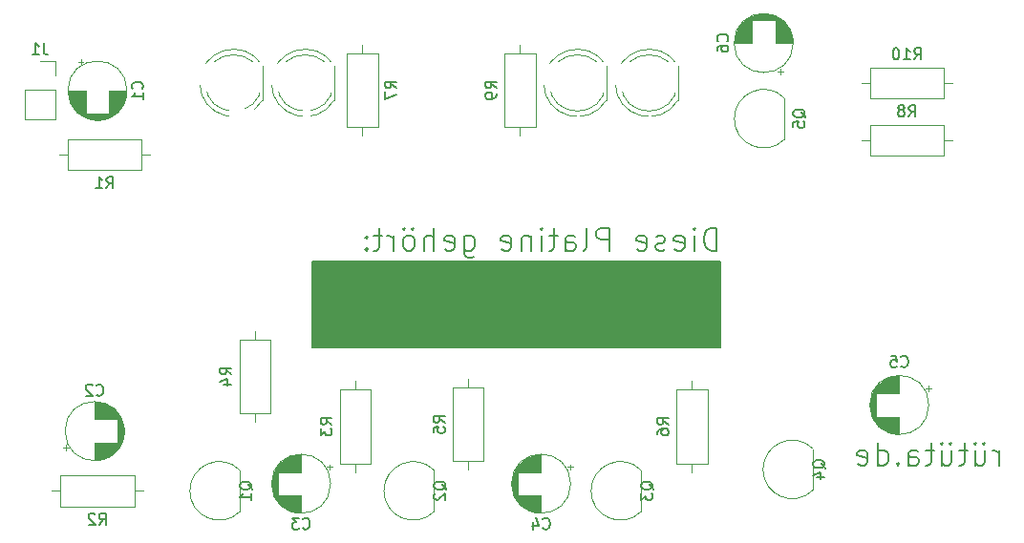
<source format=gbr>
%TF.GenerationSoftware,KiCad,Pcbnew,(6.0.2)*%
%TF.CreationDate,2022-03-15T12:48:44+01:00*%
%TF.ProjectId,ruetueta-pcb,72756574-7565-4746-912d-7063622e6b69,rev?*%
%TF.SameCoordinates,Original*%
%TF.FileFunction,Legend,Bot*%
%TF.FilePolarity,Positive*%
%FSLAX46Y46*%
G04 Gerber Fmt 4.6, Leading zero omitted, Abs format (unit mm)*
G04 Created by KiCad (PCBNEW (6.0.2)) date 2022-03-15 12:48:44*
%MOMM*%
%LPD*%
G01*
G04 APERTURE LIST*
%ADD10C,0.150000*%
%ADD11C,0.120000*%
%ADD12R,2.805000X1.800000*%
%ADD13O,2.805000X1.800000*%
%ADD14R,1.800000X2.805000*%
%ADD15O,1.800000X2.805000*%
%ADD16R,2.170000X2.805000*%
%ADD17O,2.805000X2.805000*%
G04 APERTURE END LIST*
D10*
X222250000Y-56515000D02*
X186055000Y-56515000D01*
X186055000Y-56515000D02*
X186055000Y-48895000D01*
X186055000Y-48895000D02*
X222250000Y-48895000D01*
X222250000Y-48895000D02*
X222250000Y-56515000D01*
G36*
X222250000Y-56515000D02*
G01*
X186055000Y-56515000D01*
X186055000Y-48895000D01*
X222250000Y-48895000D01*
X222250000Y-56515000D01*
G37*
X222250000Y-56515000D02*
X186055000Y-56515000D01*
X186055000Y-48895000D01*
X222250000Y-48895000D01*
X222250000Y-56515000D01*
X246903095Y-66944761D02*
X246903095Y-65611428D01*
X246903095Y-65992380D02*
X246807857Y-65801904D01*
X246712619Y-65706666D01*
X246522142Y-65611428D01*
X246331666Y-65611428D01*
X244807857Y-65611428D02*
X244807857Y-66944761D01*
X245665000Y-65611428D02*
X245665000Y-66659047D01*
X245569761Y-66849523D01*
X245379285Y-66944761D01*
X245093571Y-66944761D01*
X244903095Y-66849523D01*
X244807857Y-66754285D01*
X245569761Y-64944761D02*
X245474523Y-65040000D01*
X245569761Y-65135238D01*
X245665000Y-65040000D01*
X245569761Y-64944761D01*
X245569761Y-65135238D01*
X244807857Y-64944761D02*
X244712619Y-65040000D01*
X244807857Y-65135238D01*
X244903095Y-65040000D01*
X244807857Y-64944761D01*
X244807857Y-65135238D01*
X244141190Y-65611428D02*
X243379285Y-65611428D01*
X243855476Y-64944761D02*
X243855476Y-66659047D01*
X243760238Y-66849523D01*
X243569761Y-66944761D01*
X243379285Y-66944761D01*
X241855476Y-65611428D02*
X241855476Y-66944761D01*
X242712619Y-65611428D02*
X242712619Y-66659047D01*
X242617380Y-66849523D01*
X242426904Y-66944761D01*
X242141190Y-66944761D01*
X241950714Y-66849523D01*
X241855476Y-66754285D01*
X242617380Y-64944761D02*
X242522142Y-65040000D01*
X242617380Y-65135238D01*
X242712619Y-65040000D01*
X242617380Y-64944761D01*
X242617380Y-65135238D01*
X241855476Y-64944761D02*
X241760238Y-65040000D01*
X241855476Y-65135238D01*
X241950714Y-65040000D01*
X241855476Y-64944761D01*
X241855476Y-65135238D01*
X241188809Y-65611428D02*
X240426904Y-65611428D01*
X240903095Y-64944761D02*
X240903095Y-66659047D01*
X240807857Y-66849523D01*
X240617380Y-66944761D01*
X240426904Y-66944761D01*
X238903095Y-66944761D02*
X238903095Y-65897142D01*
X238998333Y-65706666D01*
X239188809Y-65611428D01*
X239569761Y-65611428D01*
X239760238Y-65706666D01*
X238903095Y-66849523D02*
X239093571Y-66944761D01*
X239569761Y-66944761D01*
X239760238Y-66849523D01*
X239855476Y-66659047D01*
X239855476Y-66468571D01*
X239760238Y-66278095D01*
X239569761Y-66182857D01*
X239093571Y-66182857D01*
X238903095Y-66087619D01*
X237950714Y-66754285D02*
X237855476Y-66849523D01*
X237950714Y-66944761D01*
X238045952Y-66849523D01*
X237950714Y-66754285D01*
X237950714Y-66944761D01*
X236141190Y-66944761D02*
X236141190Y-64944761D01*
X236141190Y-66849523D02*
X236331666Y-66944761D01*
X236712619Y-66944761D01*
X236903095Y-66849523D01*
X236998333Y-66754285D01*
X237093571Y-66563809D01*
X237093571Y-65992380D01*
X236998333Y-65801904D01*
X236903095Y-65706666D01*
X236712619Y-65611428D01*
X236331666Y-65611428D01*
X236141190Y-65706666D01*
X234426904Y-66849523D02*
X234617380Y-66944761D01*
X234998333Y-66944761D01*
X235188809Y-66849523D01*
X235284047Y-66659047D01*
X235284047Y-65897142D01*
X235188809Y-65706666D01*
X234998333Y-65611428D01*
X234617380Y-65611428D01*
X234426904Y-65706666D01*
X234331666Y-65897142D01*
X234331666Y-66087619D01*
X235284047Y-66278095D01*
X221898809Y-47894761D02*
X221898809Y-45894761D01*
X221422619Y-45894761D01*
X221136904Y-45990000D01*
X220946428Y-46180476D01*
X220851190Y-46370952D01*
X220755952Y-46751904D01*
X220755952Y-47037619D01*
X220851190Y-47418571D01*
X220946428Y-47609047D01*
X221136904Y-47799523D01*
X221422619Y-47894761D01*
X221898809Y-47894761D01*
X219898809Y-47894761D02*
X219898809Y-46561428D01*
X219898809Y-45894761D02*
X219994047Y-45990000D01*
X219898809Y-46085238D01*
X219803571Y-45990000D01*
X219898809Y-45894761D01*
X219898809Y-46085238D01*
X218184523Y-47799523D02*
X218375000Y-47894761D01*
X218755952Y-47894761D01*
X218946428Y-47799523D01*
X219041666Y-47609047D01*
X219041666Y-46847142D01*
X218946428Y-46656666D01*
X218755952Y-46561428D01*
X218375000Y-46561428D01*
X218184523Y-46656666D01*
X218089285Y-46847142D01*
X218089285Y-47037619D01*
X219041666Y-47228095D01*
X217327380Y-47799523D02*
X217136904Y-47894761D01*
X216755952Y-47894761D01*
X216565476Y-47799523D01*
X216470238Y-47609047D01*
X216470238Y-47513809D01*
X216565476Y-47323333D01*
X216755952Y-47228095D01*
X217041666Y-47228095D01*
X217232142Y-47132857D01*
X217327380Y-46942380D01*
X217327380Y-46847142D01*
X217232142Y-46656666D01*
X217041666Y-46561428D01*
X216755952Y-46561428D01*
X216565476Y-46656666D01*
X214851190Y-47799523D02*
X215041666Y-47894761D01*
X215422619Y-47894761D01*
X215613095Y-47799523D01*
X215708333Y-47609047D01*
X215708333Y-46847142D01*
X215613095Y-46656666D01*
X215422619Y-46561428D01*
X215041666Y-46561428D01*
X214851190Y-46656666D01*
X214755952Y-46847142D01*
X214755952Y-47037619D01*
X215708333Y-47228095D01*
X212375000Y-47894761D02*
X212375000Y-45894761D01*
X211613095Y-45894761D01*
X211422619Y-45990000D01*
X211327380Y-46085238D01*
X211232142Y-46275714D01*
X211232142Y-46561428D01*
X211327380Y-46751904D01*
X211422619Y-46847142D01*
X211613095Y-46942380D01*
X212375000Y-46942380D01*
X210089285Y-47894761D02*
X210279761Y-47799523D01*
X210375000Y-47609047D01*
X210375000Y-45894761D01*
X208470238Y-47894761D02*
X208470238Y-46847142D01*
X208565476Y-46656666D01*
X208755952Y-46561428D01*
X209136904Y-46561428D01*
X209327380Y-46656666D01*
X208470238Y-47799523D02*
X208660714Y-47894761D01*
X209136904Y-47894761D01*
X209327380Y-47799523D01*
X209422619Y-47609047D01*
X209422619Y-47418571D01*
X209327380Y-47228095D01*
X209136904Y-47132857D01*
X208660714Y-47132857D01*
X208470238Y-47037619D01*
X207803571Y-46561428D02*
X207041666Y-46561428D01*
X207517857Y-45894761D02*
X207517857Y-47609047D01*
X207422619Y-47799523D01*
X207232142Y-47894761D01*
X207041666Y-47894761D01*
X206375000Y-47894761D02*
X206375000Y-46561428D01*
X206375000Y-45894761D02*
X206470238Y-45990000D01*
X206375000Y-46085238D01*
X206279761Y-45990000D01*
X206375000Y-45894761D01*
X206375000Y-46085238D01*
X205422619Y-46561428D02*
X205422619Y-47894761D01*
X205422619Y-46751904D02*
X205327380Y-46656666D01*
X205136904Y-46561428D01*
X204851190Y-46561428D01*
X204660714Y-46656666D01*
X204565476Y-46847142D01*
X204565476Y-47894761D01*
X202851190Y-47799523D02*
X203041666Y-47894761D01*
X203422619Y-47894761D01*
X203613095Y-47799523D01*
X203708333Y-47609047D01*
X203708333Y-46847142D01*
X203613095Y-46656666D01*
X203422619Y-46561428D01*
X203041666Y-46561428D01*
X202851190Y-46656666D01*
X202755952Y-46847142D01*
X202755952Y-47037619D01*
X203708333Y-47228095D01*
X199517857Y-46561428D02*
X199517857Y-48180476D01*
X199613095Y-48370952D01*
X199708333Y-48466190D01*
X199898809Y-48561428D01*
X200184523Y-48561428D01*
X200375000Y-48466190D01*
X199517857Y-47799523D02*
X199708333Y-47894761D01*
X200089285Y-47894761D01*
X200279761Y-47799523D01*
X200375000Y-47704285D01*
X200470238Y-47513809D01*
X200470238Y-46942380D01*
X200375000Y-46751904D01*
X200279761Y-46656666D01*
X200089285Y-46561428D01*
X199708333Y-46561428D01*
X199517857Y-46656666D01*
X197803571Y-47799523D02*
X197994047Y-47894761D01*
X198375000Y-47894761D01*
X198565476Y-47799523D01*
X198660714Y-47609047D01*
X198660714Y-46847142D01*
X198565476Y-46656666D01*
X198375000Y-46561428D01*
X197994047Y-46561428D01*
X197803571Y-46656666D01*
X197708333Y-46847142D01*
X197708333Y-47037619D01*
X198660714Y-47228095D01*
X196851190Y-47894761D02*
X196851190Y-45894761D01*
X195994047Y-47894761D02*
X195994047Y-46847142D01*
X196089285Y-46656666D01*
X196279761Y-46561428D01*
X196565476Y-46561428D01*
X196755952Y-46656666D01*
X196851190Y-46751904D01*
X194755952Y-47894761D02*
X194946428Y-47799523D01*
X195041666Y-47704285D01*
X195136904Y-47513809D01*
X195136904Y-46942380D01*
X195041666Y-46751904D01*
X194946428Y-46656666D01*
X194755952Y-46561428D01*
X194470238Y-46561428D01*
X194279761Y-46656666D01*
X194184523Y-46751904D01*
X194089285Y-46942380D01*
X194089285Y-47513809D01*
X194184523Y-47704285D01*
X194279761Y-47799523D01*
X194470238Y-47894761D01*
X194755952Y-47894761D01*
X194946428Y-45894761D02*
X194851190Y-45990000D01*
X194946428Y-46085238D01*
X195041666Y-45990000D01*
X194946428Y-45894761D01*
X194946428Y-46085238D01*
X194184523Y-45894761D02*
X194089285Y-45990000D01*
X194184523Y-46085238D01*
X194279761Y-45990000D01*
X194184523Y-45894761D01*
X194184523Y-46085238D01*
X193232142Y-47894761D02*
X193232142Y-46561428D01*
X193232142Y-46942380D02*
X193136904Y-46751904D01*
X193041666Y-46656666D01*
X192851190Y-46561428D01*
X192660714Y-46561428D01*
X192279761Y-46561428D02*
X191517857Y-46561428D01*
X191994047Y-45894761D02*
X191994047Y-47609047D01*
X191898809Y-47799523D01*
X191708333Y-47894761D01*
X191517857Y-47894761D01*
X190851190Y-47704285D02*
X190755952Y-47799523D01*
X190851190Y-47894761D01*
X190946428Y-47799523D01*
X190851190Y-47704285D01*
X190851190Y-47894761D01*
X190851190Y-46656666D02*
X190755952Y-46751904D01*
X190851190Y-46847142D01*
X190946428Y-46751904D01*
X190851190Y-46656666D01*
X190851190Y-46847142D01*
%TO.C,R5*%
X197792844Y-63153919D02*
X197316654Y-62820586D01*
X197792844Y-62582490D02*
X196792844Y-62582490D01*
X196792844Y-62963443D01*
X196840464Y-63058681D01*
X196888083Y-63106300D01*
X196983321Y-63153919D01*
X197126178Y-63153919D01*
X197221416Y-63106300D01*
X197269035Y-63058681D01*
X197316654Y-62963443D01*
X197316654Y-62582490D01*
X196792844Y-64058681D02*
X196792844Y-63582490D01*
X197269035Y-63534871D01*
X197221416Y-63582490D01*
X197173797Y-63677728D01*
X197173797Y-63915824D01*
X197221416Y-64011062D01*
X197269035Y-64058681D01*
X197364273Y-64106300D01*
X197602368Y-64106300D01*
X197697606Y-64058681D01*
X197745225Y-64011062D01*
X197792844Y-63915824D01*
X197792844Y-63677728D01*
X197745225Y-63582490D01*
X197697606Y-63534871D01*
%TO.C,R8*%
X238926666Y-36012380D02*
X239260000Y-35536190D01*
X239498095Y-36012380D02*
X239498095Y-35012380D01*
X239117142Y-35012380D01*
X239021904Y-35060000D01*
X238974285Y-35107619D01*
X238926666Y-35202857D01*
X238926666Y-35345714D01*
X238974285Y-35440952D01*
X239021904Y-35488571D01*
X239117142Y-35536190D01*
X239498095Y-35536190D01*
X238355238Y-35440952D02*
X238450476Y-35393333D01*
X238498095Y-35345714D01*
X238545714Y-35250476D01*
X238545714Y-35202857D01*
X238498095Y-35107619D01*
X238450476Y-35060000D01*
X238355238Y-35012380D01*
X238164761Y-35012380D01*
X238069523Y-35060000D01*
X238021904Y-35107619D01*
X237974285Y-35202857D01*
X237974285Y-35250476D01*
X238021904Y-35345714D01*
X238069523Y-35393333D01*
X238164761Y-35440952D01*
X238355238Y-35440952D01*
X238450476Y-35488571D01*
X238498095Y-35536190D01*
X238545714Y-35631428D01*
X238545714Y-35821904D01*
X238498095Y-35917142D01*
X238450476Y-35964761D01*
X238355238Y-36012380D01*
X238164761Y-36012380D01*
X238069523Y-35964761D01*
X238021904Y-35917142D01*
X237974285Y-35821904D01*
X237974285Y-35631428D01*
X238021904Y-35536190D01*
X238069523Y-35488571D01*
X238164761Y-35440952D01*
%TO.C,J1*%
X162258333Y-29507380D02*
X162258333Y-30221666D01*
X162305952Y-30364523D01*
X162401190Y-30459761D01*
X162544047Y-30507380D01*
X162639285Y-30507380D01*
X161258333Y-30507380D02*
X161829761Y-30507380D01*
X161544047Y-30507380D02*
X161544047Y-29507380D01*
X161639285Y-29650238D01*
X161734523Y-29745476D01*
X161829761Y-29793095D01*
%TO.C,C3*%
X185221666Y-72521467D02*
X185269285Y-72569086D01*
X185412142Y-72616705D01*
X185507380Y-72616705D01*
X185650238Y-72569086D01*
X185745476Y-72473848D01*
X185793095Y-72378610D01*
X185840714Y-72188134D01*
X185840714Y-72045277D01*
X185793095Y-71854801D01*
X185745476Y-71759563D01*
X185650238Y-71664325D01*
X185507380Y-71616705D01*
X185412142Y-71616705D01*
X185269285Y-71664325D01*
X185221666Y-71711944D01*
X184888333Y-71616705D02*
X184269285Y-71616705D01*
X184602619Y-71997658D01*
X184459761Y-71997658D01*
X184364523Y-72045277D01*
X184316904Y-72092896D01*
X184269285Y-72188134D01*
X184269285Y-72426229D01*
X184316904Y-72521467D01*
X184364523Y-72569086D01*
X184459761Y-72616705D01*
X184745476Y-72616705D01*
X184840714Y-72569086D01*
X184888333Y-72521467D01*
%TO.C,C5*%
X238246779Y-58142142D02*
X238294398Y-58189761D01*
X238437255Y-58237380D01*
X238532493Y-58237380D01*
X238675351Y-58189761D01*
X238770589Y-58094523D01*
X238818208Y-57999285D01*
X238865827Y-57808809D01*
X238865827Y-57665952D01*
X238818208Y-57475476D01*
X238770589Y-57380238D01*
X238675351Y-57285000D01*
X238532493Y-57237380D01*
X238437255Y-57237380D01*
X238294398Y-57285000D01*
X238246779Y-57332619D01*
X237342017Y-57237380D02*
X237818208Y-57237380D01*
X237865827Y-57713571D01*
X237818208Y-57665952D01*
X237722970Y-57618333D01*
X237484874Y-57618333D01*
X237389636Y-57665952D01*
X237342017Y-57713571D01*
X237294398Y-57808809D01*
X237294398Y-58046904D01*
X237342017Y-58142142D01*
X237389636Y-58189761D01*
X237484874Y-58237380D01*
X237722970Y-58237380D01*
X237818208Y-58189761D01*
X237865827Y-58142142D01*
%TO.C,R9*%
X202382380Y-33488333D02*
X201906190Y-33155000D01*
X202382380Y-32916904D02*
X201382380Y-32916904D01*
X201382380Y-33297857D01*
X201430000Y-33393095D01*
X201477619Y-33440714D01*
X201572857Y-33488333D01*
X201715714Y-33488333D01*
X201810952Y-33440714D01*
X201858571Y-33393095D01*
X201906190Y-33297857D01*
X201906190Y-32916904D01*
X202382380Y-33964523D02*
X202382380Y-34155000D01*
X202334761Y-34250238D01*
X202287142Y-34297857D01*
X202144285Y-34393095D01*
X201953809Y-34440714D01*
X201572857Y-34440714D01*
X201477619Y-34393095D01*
X201430000Y-34345476D01*
X201382380Y-34250238D01*
X201382380Y-34059761D01*
X201430000Y-33964523D01*
X201477619Y-33916904D01*
X201572857Y-33869285D01*
X201810952Y-33869285D01*
X201906190Y-33916904D01*
X201953809Y-33964523D01*
X202001428Y-34059761D01*
X202001428Y-34250238D01*
X201953809Y-34345476D01*
X201906190Y-34393095D01*
X201810952Y-34440714D01*
%TO.C,Q4*%
X231537068Y-67214761D02*
X231489449Y-67119523D01*
X231394210Y-67024285D01*
X231251353Y-66881428D01*
X231203734Y-66786190D01*
X231203734Y-66690952D01*
X231441829Y-66738571D02*
X231394210Y-66643333D01*
X231298972Y-66548095D01*
X231108496Y-66500476D01*
X230775163Y-66500476D01*
X230584687Y-66548095D01*
X230489449Y-66643333D01*
X230441829Y-66738571D01*
X230441829Y-66929047D01*
X230489449Y-67024285D01*
X230584687Y-67119523D01*
X230775163Y-67167142D01*
X231108496Y-67167142D01*
X231298972Y-67119523D01*
X231394210Y-67024285D01*
X231441829Y-66929047D01*
X231441829Y-66738571D01*
X230775163Y-68024285D02*
X231441829Y-68024285D01*
X230394210Y-67786190D02*
X231108496Y-67548095D01*
X231108496Y-68167142D01*
%TO.C,R10*%
X239402857Y-30932380D02*
X239736190Y-30456190D01*
X239974285Y-30932380D02*
X239974285Y-29932380D01*
X239593333Y-29932380D01*
X239498095Y-29980000D01*
X239450476Y-30027619D01*
X239402857Y-30122857D01*
X239402857Y-30265714D01*
X239450476Y-30360952D01*
X239498095Y-30408571D01*
X239593333Y-30456190D01*
X239974285Y-30456190D01*
X238450476Y-30932380D02*
X239021904Y-30932380D01*
X238736190Y-30932380D02*
X238736190Y-29932380D01*
X238831428Y-30075238D01*
X238926666Y-30170476D01*
X239021904Y-30218095D01*
X237831428Y-29932380D02*
X237736190Y-29932380D01*
X237640952Y-29980000D01*
X237593333Y-30027619D01*
X237545714Y-30122857D01*
X237498095Y-30313333D01*
X237498095Y-30551428D01*
X237545714Y-30741904D01*
X237593333Y-30837142D01*
X237640952Y-30884761D01*
X237736190Y-30932380D01*
X237831428Y-30932380D01*
X237926666Y-30884761D01*
X237974285Y-30837142D01*
X238021904Y-30741904D01*
X238069523Y-30551428D01*
X238069523Y-30313333D01*
X238021904Y-30122857D01*
X237974285Y-30027619D01*
X237926666Y-29980000D01*
X237831428Y-29932380D01*
%TO.C,C1*%
X170946467Y-33533221D02*
X170994086Y-33485602D01*
X171041705Y-33342745D01*
X171041705Y-33247507D01*
X170994086Y-33104649D01*
X170898848Y-33009411D01*
X170803610Y-32961792D01*
X170613134Y-32914173D01*
X170470277Y-32914173D01*
X170279801Y-32961792D01*
X170184563Y-33009411D01*
X170089325Y-33104649D01*
X170041705Y-33247507D01*
X170041705Y-33342745D01*
X170089325Y-33485602D01*
X170136944Y-33533221D01*
X171041705Y-34485602D02*
X171041705Y-33914173D01*
X171041705Y-34199888D02*
X170041705Y-34199888D01*
X170184563Y-34104649D01*
X170279801Y-34009411D01*
X170327420Y-33914173D01*
%TO.C,C2*%
X166928308Y-60682142D02*
X166975927Y-60729761D01*
X167118784Y-60777380D01*
X167214022Y-60777380D01*
X167356880Y-60729761D01*
X167452118Y-60634523D01*
X167499737Y-60539285D01*
X167547356Y-60348809D01*
X167547356Y-60205952D01*
X167499737Y-60015476D01*
X167452118Y-59920238D01*
X167356880Y-59825000D01*
X167214022Y-59777380D01*
X167118784Y-59777380D01*
X166975927Y-59825000D01*
X166928308Y-59872619D01*
X166547356Y-59872619D02*
X166499737Y-59825000D01*
X166404499Y-59777380D01*
X166166403Y-59777380D01*
X166071165Y-59825000D01*
X166023546Y-59872619D01*
X165975927Y-59967857D01*
X165975927Y-60063095D01*
X166023546Y-60205952D01*
X166594975Y-60777380D01*
X165975927Y-60777380D01*
%TO.C,Q3*%
X216297068Y-69119761D02*
X216249449Y-69024523D01*
X216154210Y-68929285D01*
X216011353Y-68786428D01*
X215963734Y-68691190D01*
X215963734Y-68595952D01*
X216201829Y-68643571D02*
X216154210Y-68548333D01*
X216058972Y-68453095D01*
X215868496Y-68405476D01*
X215535163Y-68405476D01*
X215344687Y-68453095D01*
X215249449Y-68548333D01*
X215201829Y-68643571D01*
X215201829Y-68834047D01*
X215249449Y-68929285D01*
X215344687Y-69024523D01*
X215535163Y-69072142D01*
X215868496Y-69072142D01*
X216058972Y-69024523D01*
X216154210Y-68929285D01*
X216201829Y-68834047D01*
X216201829Y-68643571D01*
X215201829Y-69405476D02*
X215201829Y-70024523D01*
X215582782Y-69691190D01*
X215582782Y-69834047D01*
X215630401Y-69929285D01*
X215678020Y-69976904D01*
X215773258Y-70024523D01*
X216011353Y-70024523D01*
X216106591Y-69976904D01*
X216154210Y-69929285D01*
X216201829Y-69834047D01*
X216201829Y-69548333D01*
X216154210Y-69453095D01*
X216106591Y-69405476D01*
%TO.C,Q2*%
X197939409Y-69119761D02*
X197891790Y-69024523D01*
X197796551Y-68929285D01*
X197653694Y-68786428D01*
X197606075Y-68691190D01*
X197606075Y-68595952D01*
X197844170Y-68643571D02*
X197796551Y-68548333D01*
X197701313Y-68453095D01*
X197510837Y-68405476D01*
X197177504Y-68405476D01*
X196987028Y-68453095D01*
X196891790Y-68548333D01*
X196844170Y-68643571D01*
X196844170Y-68834047D01*
X196891790Y-68929285D01*
X196987028Y-69024523D01*
X197177504Y-69072142D01*
X197510837Y-69072142D01*
X197701313Y-69024523D01*
X197796551Y-68929285D01*
X197844170Y-68834047D01*
X197844170Y-68643571D01*
X196939409Y-69453095D02*
X196891790Y-69500714D01*
X196844170Y-69595952D01*
X196844170Y-69834047D01*
X196891790Y-69929285D01*
X196939409Y-69976904D01*
X197034647Y-70024523D01*
X197129885Y-70024523D01*
X197272742Y-69976904D01*
X197844170Y-69405476D01*
X197844170Y-70024523D01*
%TO.C,Q1*%
X180737068Y-69119761D02*
X180689449Y-69024523D01*
X180594210Y-68929285D01*
X180451353Y-68786428D01*
X180403734Y-68691190D01*
X180403734Y-68595952D01*
X180641829Y-68643571D02*
X180594210Y-68548333D01*
X180498972Y-68453095D01*
X180308496Y-68405476D01*
X179975163Y-68405476D01*
X179784687Y-68453095D01*
X179689449Y-68548333D01*
X179641829Y-68643571D01*
X179641829Y-68834047D01*
X179689449Y-68929285D01*
X179784687Y-69024523D01*
X179975163Y-69072142D01*
X180308496Y-69072142D01*
X180498972Y-69024523D01*
X180594210Y-68929285D01*
X180641829Y-68834047D01*
X180641829Y-68643571D01*
X180641829Y-70024523D02*
X180641829Y-69453095D01*
X180641829Y-69738809D02*
X179641829Y-69738809D01*
X179784687Y-69643571D01*
X179879925Y-69548333D01*
X179927544Y-69453095D01*
%TO.C,Q5*%
X229782619Y-36099761D02*
X229735000Y-36004523D01*
X229639761Y-35909285D01*
X229496904Y-35766428D01*
X229449285Y-35671190D01*
X229449285Y-35575952D01*
X229687380Y-35623571D02*
X229639761Y-35528333D01*
X229544523Y-35433095D01*
X229354047Y-35385476D01*
X229020714Y-35385476D01*
X228830238Y-35433095D01*
X228735000Y-35528333D01*
X228687380Y-35623571D01*
X228687380Y-35814047D01*
X228735000Y-35909285D01*
X228830238Y-36004523D01*
X229020714Y-36052142D01*
X229354047Y-36052142D01*
X229544523Y-36004523D01*
X229639761Y-35909285D01*
X229687380Y-35814047D01*
X229687380Y-35623571D01*
X228687380Y-36956904D02*
X228687380Y-36480714D01*
X229163571Y-36433095D01*
X229115952Y-36480714D01*
X229068333Y-36575952D01*
X229068333Y-36814047D01*
X229115952Y-36909285D01*
X229163571Y-36956904D01*
X229258809Y-37004523D01*
X229496904Y-37004523D01*
X229592142Y-36956904D01*
X229639761Y-36909285D01*
X229687380Y-36814047D01*
X229687380Y-36575952D01*
X229639761Y-36480714D01*
X229592142Y-36433095D01*
%TO.C,C4*%
X206496779Y-72521467D02*
X206544398Y-72569086D01*
X206687255Y-72616705D01*
X206782493Y-72616705D01*
X206925351Y-72569086D01*
X207020589Y-72473848D01*
X207068208Y-72378610D01*
X207115827Y-72188134D01*
X207115827Y-72045277D01*
X207068208Y-71854801D01*
X207020589Y-71759563D01*
X206925351Y-71664325D01*
X206782493Y-71616705D01*
X206687255Y-71616705D01*
X206544398Y-71664325D01*
X206496779Y-71711944D01*
X205639636Y-71950039D02*
X205639636Y-72616705D01*
X205877732Y-71569086D02*
X206115827Y-72283372D01*
X205496779Y-72283372D01*
%TO.C,R4*%
X178887380Y-58888333D02*
X178411190Y-58555000D01*
X178887380Y-58316904D02*
X177887380Y-58316904D01*
X177887380Y-58697857D01*
X177935000Y-58793095D01*
X177982619Y-58840714D01*
X178077857Y-58888333D01*
X178220714Y-58888333D01*
X178315952Y-58840714D01*
X178363571Y-58793095D01*
X178411190Y-58697857D01*
X178411190Y-58316904D01*
X178220714Y-59745476D02*
X178887380Y-59745476D01*
X177839761Y-59507380D02*
X178554047Y-59269285D01*
X178554047Y-59888333D01*
%TO.C,R7*%
X193492380Y-33488333D02*
X193016190Y-33155000D01*
X193492380Y-32916904D02*
X192492380Y-32916904D01*
X192492380Y-33297857D01*
X192540000Y-33393095D01*
X192587619Y-33440714D01*
X192682857Y-33488333D01*
X192825714Y-33488333D01*
X192920952Y-33440714D01*
X192968571Y-33393095D01*
X193016190Y-33297857D01*
X193016190Y-32916904D01*
X192492380Y-33821666D02*
X192492380Y-34488333D01*
X193492380Y-34059761D01*
%TO.C,R3*%
X187784282Y-63333333D02*
X187308092Y-63000000D01*
X187784282Y-62761904D02*
X186784282Y-62761904D01*
X186784282Y-63142857D01*
X186831902Y-63238095D01*
X186879521Y-63285714D01*
X186974759Y-63333333D01*
X187117616Y-63333333D01*
X187212854Y-63285714D01*
X187260473Y-63238095D01*
X187308092Y-63142857D01*
X187308092Y-62761904D01*
X186784282Y-63666666D02*
X186784282Y-64285714D01*
X187165235Y-63952380D01*
X187165235Y-64095238D01*
X187212854Y-64190476D01*
X187260473Y-64238095D01*
X187355711Y-64285714D01*
X187593806Y-64285714D01*
X187689044Y-64238095D01*
X187736663Y-64190476D01*
X187784282Y-64095238D01*
X187784282Y-63809523D01*
X187736663Y-63714285D01*
X187689044Y-63666666D01*
%TO.C,R1*%
X167806666Y-42362380D02*
X168140000Y-41886190D01*
X168378095Y-42362380D02*
X168378095Y-41362380D01*
X167997142Y-41362380D01*
X167901904Y-41410000D01*
X167854285Y-41457619D01*
X167806666Y-41552857D01*
X167806666Y-41695714D01*
X167854285Y-41790952D01*
X167901904Y-41838571D01*
X167997142Y-41886190D01*
X168378095Y-41886190D01*
X166854285Y-42362380D02*
X167425714Y-42362380D01*
X167140000Y-42362380D02*
X167140000Y-41362380D01*
X167235238Y-41505238D01*
X167330476Y-41600476D01*
X167425714Y-41648095D01*
%TO.C,C6*%
X222832817Y-29313333D02*
X222880436Y-29265714D01*
X222928055Y-29122857D01*
X222928055Y-29027619D01*
X222880436Y-28884761D01*
X222785198Y-28789523D01*
X222689960Y-28741904D01*
X222499484Y-28694285D01*
X222356627Y-28694285D01*
X222166151Y-28741904D01*
X222070913Y-28789523D01*
X221975675Y-28884761D01*
X221928055Y-29027619D01*
X221928055Y-29122857D01*
X221975675Y-29265714D01*
X222023294Y-29313333D01*
X221928055Y-30170476D02*
X221928055Y-29980000D01*
X221975675Y-29884761D01*
X222023294Y-29837142D01*
X222166151Y-29741904D01*
X222356627Y-29694285D01*
X222737579Y-29694285D01*
X222832817Y-29741904D01*
X222880436Y-29789523D01*
X222928055Y-29884761D01*
X222928055Y-30075238D01*
X222880436Y-30170476D01*
X222832817Y-30218095D01*
X222737579Y-30265714D01*
X222499484Y-30265714D01*
X222404246Y-30218095D01*
X222356627Y-30170476D01*
X222309008Y-30075238D01*
X222309008Y-29884761D01*
X222356627Y-29789523D01*
X222404246Y-29741904D01*
X222499484Y-29694285D01*
%TO.C,R2*%
X167171666Y-72207380D02*
X167505000Y-71731190D01*
X167743095Y-72207380D02*
X167743095Y-71207380D01*
X167362142Y-71207380D01*
X167266904Y-71255000D01*
X167219285Y-71302619D01*
X167171666Y-71397857D01*
X167171666Y-71540714D01*
X167219285Y-71635952D01*
X167266904Y-71683571D01*
X167362142Y-71731190D01*
X167743095Y-71731190D01*
X166790714Y-71302619D02*
X166743095Y-71255000D01*
X166647857Y-71207380D01*
X166409761Y-71207380D01*
X166314523Y-71255000D01*
X166266904Y-71302619D01*
X166219285Y-71397857D01*
X166219285Y-71493095D01*
X166266904Y-71635952D01*
X166838333Y-72207380D01*
X166219285Y-72207380D01*
%TO.C,R6*%
X217622380Y-63333333D02*
X217146190Y-63000000D01*
X217622380Y-62761904D02*
X216622380Y-62761904D01*
X216622380Y-63142857D01*
X216670000Y-63238095D01*
X216717619Y-63285714D01*
X216812857Y-63333333D01*
X216955714Y-63333333D01*
X217050952Y-63285714D01*
X217098571Y-63238095D01*
X217146190Y-63142857D01*
X217146190Y-62761904D01*
X216622380Y-64190476D02*
X216622380Y-64000000D01*
X216670000Y-63904761D01*
X216717619Y-63857142D01*
X216860476Y-63761904D01*
X217050952Y-63714285D01*
X217431904Y-63714285D01*
X217527142Y-63761904D01*
X217574761Y-63809523D01*
X217622380Y-63904761D01*
X217622380Y-64095238D01*
X217574761Y-64190476D01*
X217527142Y-64238095D01*
X217431904Y-64285714D01*
X217193809Y-64285714D01*
X217098571Y-64238095D01*
X217050952Y-64190476D01*
X217003333Y-64095238D01*
X217003333Y-63904761D01*
X217050952Y-63809523D01*
X217098571Y-63761904D01*
X217193809Y-63714285D01*
D11*
%TO.C,R5*%
X201250464Y-66590586D02*
X198510464Y-66590586D01*
X198510464Y-60050586D02*
X201250464Y-60050586D01*
X198510464Y-66590586D02*
X198510464Y-60050586D01*
X199880464Y-67360586D02*
X199880464Y-66590586D01*
X201250464Y-60050586D02*
X201250464Y-66590586D01*
X199880464Y-59280586D02*
X199880464Y-60050586D01*
%TO.C,R8*%
X235490000Y-36730000D02*
X242030000Y-36730000D01*
X242030000Y-36730000D02*
X242030000Y-39470000D01*
X234720000Y-38100000D02*
X235490000Y-38100000D01*
X242800000Y-38100000D02*
X242030000Y-38100000D01*
X242030000Y-39470000D02*
X235490000Y-39470000D01*
X235490000Y-39470000D02*
X235490000Y-36730000D01*
%TO.C,J1*%
X160595000Y-33655000D02*
X160595000Y-36255000D01*
X163255000Y-33655000D02*
X160595000Y-33655000D01*
X163255000Y-33655000D02*
X163255000Y-36255000D01*
X163255000Y-31055000D02*
X161925000Y-31055000D01*
X163255000Y-32385000D02*
X163255000Y-31055000D01*
X163255000Y-36255000D02*
X160595000Y-36255000D01*
%TO.C,C3*%
X184254000Y-69620000D02*
X184254000Y-71035000D01*
X184174000Y-66152000D02*
X184174000Y-67540000D01*
X182734000Y-67402000D02*
X182734000Y-69758000D01*
X183174000Y-66795000D02*
X183174000Y-67540000D01*
X183854000Y-69620000D02*
X183854000Y-70870000D01*
X184174000Y-69620000D02*
X184174000Y-71008000D01*
X183454000Y-66545000D02*
X183454000Y-67540000D01*
X184294000Y-66112000D02*
X184294000Y-67540000D01*
X184575000Y-69620000D02*
X184575000Y-71116000D01*
X184895000Y-66004000D02*
X184895000Y-67540000D01*
X183694000Y-69620000D02*
X183694000Y-70780000D01*
X184975000Y-66001000D02*
X184975000Y-67540000D01*
X185055000Y-66000000D02*
X185055000Y-67540000D01*
X184415000Y-69620000D02*
X184415000Y-71081000D01*
X182774000Y-67329000D02*
X182774000Y-69831000D01*
X183454000Y-69620000D02*
X183454000Y-70615000D01*
X183534000Y-66485000D02*
X183534000Y-67540000D01*
X184294000Y-69620000D02*
X184294000Y-71048000D01*
X184775000Y-66015000D02*
X184775000Y-67540000D01*
X184655000Y-69620000D02*
X184655000Y-71130000D01*
X184815000Y-66011000D02*
X184815000Y-67540000D01*
X183974000Y-66232000D02*
X183974000Y-67540000D01*
X182694000Y-67482000D02*
X182694000Y-69678000D01*
X183534000Y-69620000D02*
X183534000Y-70675000D01*
X183494000Y-69620000D02*
X183494000Y-70645000D01*
X184214000Y-66138000D02*
X184214000Y-67540000D01*
X184695000Y-69620000D02*
X184695000Y-71136000D01*
X183654000Y-69620000D02*
X183654000Y-70755000D01*
X184655000Y-66030000D02*
X184655000Y-67540000D01*
X184815000Y-69620000D02*
X184815000Y-71149000D01*
X183174000Y-69620000D02*
X183174000Y-70365000D01*
X183774000Y-66333000D02*
X183774000Y-67540000D01*
X183654000Y-66405000D02*
X183654000Y-67540000D01*
X187609775Y-66855000D02*
X187609775Y-67355000D01*
X183494000Y-66515000D02*
X183494000Y-67540000D01*
X183134000Y-69620000D02*
X183134000Y-70323000D01*
X184094000Y-69620000D02*
X184094000Y-70978000D01*
X183214000Y-66754000D02*
X183214000Y-67540000D01*
X183614000Y-66431000D02*
X183614000Y-67540000D01*
X183974000Y-69620000D02*
X183974000Y-70928000D01*
X184535000Y-66052000D02*
X184535000Y-67540000D01*
X182574000Y-67775000D02*
X182574000Y-69385000D01*
X183094000Y-66881000D02*
X183094000Y-67540000D01*
X184254000Y-66125000D02*
X184254000Y-67540000D01*
X183814000Y-69620000D02*
X183814000Y-70848000D01*
X183574000Y-66458000D02*
X183574000Y-67540000D01*
X184134000Y-66166000D02*
X184134000Y-67540000D01*
X184935000Y-69620000D02*
X184935000Y-71158000D01*
X184615000Y-66037000D02*
X184615000Y-67540000D01*
X184214000Y-69620000D02*
X184214000Y-71022000D01*
X183294000Y-69620000D02*
X183294000Y-70481000D01*
X182494000Y-68062000D02*
X182494000Y-69098000D01*
X184855000Y-66007000D02*
X184855000Y-67540000D01*
X183054000Y-69620000D02*
X183054000Y-70233000D01*
X183894000Y-66270000D02*
X183894000Y-67540000D01*
X183014000Y-66975000D02*
X183014000Y-70185000D01*
X184775000Y-69620000D02*
X184775000Y-71145000D01*
X183334000Y-69620000D02*
X183334000Y-70517000D01*
X184615000Y-69620000D02*
X184615000Y-71123000D01*
X182654000Y-67569000D02*
X182654000Y-69591000D01*
X182974000Y-67026000D02*
X182974000Y-70134000D01*
X183814000Y-66312000D02*
X183814000Y-67540000D01*
X183294000Y-66679000D02*
X183294000Y-67540000D01*
X183214000Y-69620000D02*
X183214000Y-70406000D01*
X183414000Y-66576000D02*
X183414000Y-67540000D01*
X183614000Y-69620000D02*
X183614000Y-70729000D01*
X184375000Y-66089000D02*
X184375000Y-67540000D01*
X182814000Y-67261000D02*
X182814000Y-69899000D01*
X187859775Y-67105000D02*
X187359775Y-67105000D01*
X184935000Y-66002000D02*
X184935000Y-67540000D01*
X185055000Y-69620000D02*
X185055000Y-71160000D01*
X183734000Y-69620000D02*
X183734000Y-70804000D01*
X183254000Y-69620000D02*
X183254000Y-70444000D01*
X182534000Y-67903000D02*
X182534000Y-69257000D01*
X183254000Y-66716000D02*
X183254000Y-67540000D01*
X184735000Y-66019000D02*
X184735000Y-67540000D01*
X183094000Y-69620000D02*
X183094000Y-70279000D01*
X184014000Y-69620000D02*
X184014000Y-70945000D01*
X184334000Y-66100000D02*
X184334000Y-67540000D01*
X184735000Y-69620000D02*
X184735000Y-71141000D01*
X183574000Y-69620000D02*
X183574000Y-70702000D01*
X182614000Y-67665000D02*
X182614000Y-69495000D01*
X183854000Y-66290000D02*
X183854000Y-67540000D01*
X183334000Y-66643000D02*
X183334000Y-67540000D01*
X184495000Y-66060000D02*
X184495000Y-67540000D01*
X184695000Y-66024000D02*
X184695000Y-67540000D01*
X183934000Y-66251000D02*
X183934000Y-67540000D01*
X184975000Y-69620000D02*
X184975000Y-71159000D01*
X184054000Y-69620000D02*
X184054000Y-70962000D01*
X183374000Y-66609000D02*
X183374000Y-67540000D01*
X183734000Y-66356000D02*
X183734000Y-67540000D01*
X185015000Y-69620000D02*
X185015000Y-71160000D01*
X184855000Y-69620000D02*
X184855000Y-71153000D01*
X184334000Y-69620000D02*
X184334000Y-71060000D01*
X184455000Y-66069000D02*
X184455000Y-67540000D01*
X184415000Y-66079000D02*
X184415000Y-67540000D01*
X183774000Y-69620000D02*
X183774000Y-70827000D01*
X184014000Y-66215000D02*
X184014000Y-67540000D01*
X184495000Y-69620000D02*
X184495000Y-71100000D01*
X183694000Y-66380000D02*
X183694000Y-67540000D01*
X185015000Y-66000000D02*
X185015000Y-67540000D01*
X184895000Y-69620000D02*
X184895000Y-71156000D01*
X182894000Y-67137000D02*
X182894000Y-70023000D01*
X183934000Y-69620000D02*
X183934000Y-70909000D01*
X182454000Y-68296000D02*
X182454000Y-68864000D01*
X184535000Y-69620000D02*
X184535000Y-71108000D01*
X184375000Y-69620000D02*
X184375000Y-71071000D01*
X184575000Y-66044000D02*
X184575000Y-67540000D01*
X184455000Y-69620000D02*
X184455000Y-71091000D01*
X184054000Y-66198000D02*
X184054000Y-67540000D01*
X183374000Y-69620000D02*
X183374000Y-70551000D01*
X184094000Y-66182000D02*
X184094000Y-67540000D01*
X182854000Y-67197000D02*
X182854000Y-69963000D01*
X182934000Y-67080000D02*
X182934000Y-70080000D01*
X183134000Y-66837000D02*
X183134000Y-67540000D01*
X183414000Y-69620000D02*
X183414000Y-70584000D01*
X184134000Y-69620000D02*
X184134000Y-70994000D01*
X183894000Y-69620000D02*
X183894000Y-70890000D01*
X183054000Y-66927000D02*
X183054000Y-67540000D01*
X187675000Y-68580000D02*
G75*
G03*
X187675000Y-68580000I-2620000J0D01*
G01*
%TO.C,C5*%
X237640113Y-62635000D02*
X237640113Y-64138000D01*
X237319113Y-59127000D02*
X237319113Y-60555000D01*
X236839113Y-59327000D02*
X236839113Y-60555000D01*
X235719113Y-60497000D02*
X235719113Y-62693000D01*
X236159113Y-62635000D02*
X236159113Y-63338000D01*
X237079113Y-62635000D02*
X237079113Y-63977000D01*
X236599113Y-62635000D02*
X236599113Y-63717000D01*
X237760113Y-62635000D02*
X237760113Y-64156000D01*
X237480113Y-59084000D02*
X237480113Y-60555000D01*
X236359113Y-59658000D02*
X236359113Y-60555000D01*
X237279113Y-59140000D02*
X237279113Y-60555000D01*
X240884888Y-60120000D02*
X240384888Y-60120000D01*
X237239113Y-62635000D02*
X237239113Y-64037000D01*
X236119113Y-62635000D02*
X236119113Y-63294000D01*
X237079113Y-59213000D02*
X237079113Y-60555000D01*
X238000113Y-62635000D02*
X238000113Y-64174000D01*
X236279113Y-62635000D02*
X236279113Y-63459000D01*
X236679113Y-62635000D02*
X236679113Y-63770000D01*
X237319113Y-62635000D02*
X237319113Y-64063000D01*
X237039113Y-59230000D02*
X237039113Y-60555000D01*
X236679113Y-59420000D02*
X236679113Y-60555000D01*
X236279113Y-59731000D02*
X236279113Y-60555000D01*
X237440113Y-62635000D02*
X237440113Y-64096000D01*
X236879113Y-59305000D02*
X236879113Y-60555000D01*
X236439113Y-62635000D02*
X236439113Y-63599000D01*
X236639113Y-62635000D02*
X236639113Y-63744000D01*
X237359113Y-59115000D02*
X237359113Y-60555000D01*
X237920113Y-62635000D02*
X237920113Y-64171000D01*
X237560113Y-59067000D02*
X237560113Y-60555000D01*
X236199113Y-59810000D02*
X236199113Y-60555000D01*
X236079113Y-59942000D02*
X236079113Y-60555000D01*
X235959113Y-60095000D02*
X235959113Y-63095000D01*
X236879113Y-62635000D02*
X236879113Y-63885000D01*
X237880113Y-62635000D02*
X237880113Y-64168000D01*
X235879113Y-60212000D02*
X235879113Y-62978000D01*
X235759113Y-60417000D02*
X235759113Y-62773000D01*
X236799113Y-62635000D02*
X236799113Y-63842000D01*
X236919113Y-59285000D02*
X236919113Y-60555000D01*
X237239113Y-59153000D02*
X237239113Y-60555000D01*
X237119113Y-62635000D02*
X237119113Y-63993000D01*
X238000113Y-59016000D02*
X238000113Y-60555000D01*
X235839113Y-60276000D02*
X235839113Y-62914000D01*
X236639113Y-59446000D02*
X236639113Y-60555000D01*
X236999113Y-62635000D02*
X236999113Y-63943000D01*
X237800113Y-62635000D02*
X237800113Y-64160000D01*
X235919113Y-60152000D02*
X235919113Y-63038000D01*
X236839113Y-62635000D02*
X236839113Y-63863000D01*
X236239113Y-59769000D02*
X236239113Y-60555000D01*
X237159113Y-62635000D02*
X237159113Y-64009000D01*
X236319113Y-59694000D02*
X236319113Y-60555000D01*
X237400113Y-62635000D02*
X237400113Y-64086000D01*
X237039113Y-62635000D02*
X237039113Y-63960000D01*
X240634888Y-59870000D02*
X240634888Y-60370000D01*
X237400113Y-59104000D02*
X237400113Y-60555000D01*
X236759113Y-59371000D02*
X236759113Y-60555000D01*
X237440113Y-59094000D02*
X237440113Y-60555000D01*
X238040113Y-59015000D02*
X238040113Y-60555000D01*
X236239113Y-62635000D02*
X236239113Y-63421000D01*
X236119113Y-59896000D02*
X236119113Y-60555000D01*
X236439113Y-59591000D02*
X236439113Y-60555000D01*
X236399113Y-59624000D02*
X236399113Y-60555000D01*
X235799113Y-60344000D02*
X235799113Y-62846000D01*
X237960113Y-59017000D02*
X237960113Y-60555000D01*
X237600113Y-59059000D02*
X237600113Y-60555000D01*
X236919113Y-62635000D02*
X236919113Y-63905000D01*
X237560113Y-62635000D02*
X237560113Y-64123000D01*
X237960113Y-62635000D02*
X237960113Y-64173000D01*
X237359113Y-62635000D02*
X237359113Y-64075000D01*
X236559113Y-62635000D02*
X236559113Y-63690000D01*
X236519113Y-59530000D02*
X236519113Y-60555000D01*
X237800113Y-59030000D02*
X237800113Y-60555000D01*
X237680113Y-59045000D02*
X237680113Y-60555000D01*
X237880113Y-59022000D02*
X237880113Y-60555000D01*
X237600113Y-62635000D02*
X237600113Y-64131000D01*
X236959113Y-59266000D02*
X236959113Y-60555000D01*
X235999113Y-60041000D02*
X235999113Y-63149000D01*
X236599113Y-59473000D02*
X236599113Y-60555000D01*
X238040113Y-62635000D02*
X238040113Y-64175000D01*
X237720113Y-59039000D02*
X237720113Y-60555000D01*
X236799113Y-59348000D02*
X236799113Y-60555000D01*
X235639113Y-60680000D02*
X235639113Y-62510000D01*
X237640113Y-59052000D02*
X237640113Y-60555000D01*
X236079113Y-62635000D02*
X236079113Y-63248000D01*
X237760113Y-59034000D02*
X237760113Y-60555000D01*
X237840113Y-59026000D02*
X237840113Y-60555000D01*
X237840113Y-62635000D02*
X237840113Y-64164000D01*
X235479113Y-61311000D02*
X235479113Y-61879000D01*
X237520113Y-59075000D02*
X237520113Y-60555000D01*
X237920113Y-59019000D02*
X237920113Y-60555000D01*
X237279113Y-62635000D02*
X237279113Y-64050000D01*
X237199113Y-62635000D02*
X237199113Y-64023000D01*
X236479113Y-62635000D02*
X236479113Y-63630000D01*
X236479113Y-59560000D02*
X236479113Y-60555000D01*
X236359113Y-62635000D02*
X236359113Y-63532000D01*
X236519113Y-62635000D02*
X236519113Y-63660000D01*
X235519113Y-61077000D02*
X235519113Y-62113000D01*
X236399113Y-62635000D02*
X236399113Y-63566000D01*
X236039113Y-59990000D02*
X236039113Y-63200000D01*
X237199113Y-59167000D02*
X237199113Y-60555000D01*
X236159113Y-59852000D02*
X236159113Y-60555000D01*
X237480113Y-62635000D02*
X237480113Y-64106000D01*
X236959113Y-62635000D02*
X236959113Y-63924000D01*
X237720113Y-62635000D02*
X237720113Y-64151000D01*
X237520113Y-62635000D02*
X237520113Y-64115000D01*
X236559113Y-59500000D02*
X236559113Y-60555000D01*
X237119113Y-59197000D02*
X237119113Y-60555000D01*
X237680113Y-62635000D02*
X237680113Y-64145000D01*
X236719113Y-59395000D02*
X236719113Y-60555000D01*
X236719113Y-62635000D02*
X236719113Y-63795000D01*
X235599113Y-60790000D02*
X235599113Y-62400000D01*
X235679113Y-60584000D02*
X235679113Y-62606000D01*
X238080113Y-62635000D02*
X238080113Y-64175000D01*
X237159113Y-59181000D02*
X237159113Y-60555000D01*
X236999113Y-59247000D02*
X236999113Y-60555000D01*
X235559113Y-60918000D02*
X235559113Y-62272000D01*
X236759113Y-62635000D02*
X236759113Y-63819000D01*
X236199113Y-62635000D02*
X236199113Y-63380000D01*
X236319113Y-62635000D02*
X236319113Y-63496000D01*
X238080113Y-59015000D02*
X238080113Y-60555000D01*
X240700113Y-61595000D02*
G75*
G03*
X240700113Y-61595000I-2620000J0D01*
G01*
%TO.C,R9*%
X205840000Y-36925000D02*
X203100000Y-36925000D01*
X203100000Y-30385000D02*
X205840000Y-30385000D01*
X205840000Y-30385000D02*
X205840000Y-36925000D01*
X204470000Y-37695000D02*
X204470000Y-36925000D01*
X203100000Y-36925000D02*
X203100000Y-30385000D01*
X204470000Y-29615000D02*
X204470000Y-30385000D01*
%TO.C,Q4*%
X230450000Y-65510000D02*
X230450000Y-69110000D01*
X225999999Y-67310000D02*
G75*
G03*
X230438478Y-69148478I2600001J0D01*
G01*
X230438478Y-65471522D02*
G75*
G03*
X226000000Y-67310000I-1838478J-1838478D01*
G01*
%TO.C,R10*%
X242800000Y-33020000D02*
X242030000Y-33020000D01*
X234720000Y-33020000D02*
X235490000Y-33020000D01*
X235490000Y-31650000D02*
X242030000Y-31650000D01*
X235490000Y-34390000D02*
X235490000Y-31650000D01*
X242030000Y-34390000D02*
X235490000Y-34390000D01*
X242030000Y-31650000D02*
X242030000Y-34390000D01*
%TO.C,C1*%
X164577000Y-34580888D02*
X165965000Y-34580888D01*
X168045000Y-34059888D02*
X169561000Y-34059888D01*
X168045000Y-34540888D02*
X169447000Y-34540888D01*
X164537000Y-34460888D02*
X165965000Y-34460888D01*
X168045000Y-35180888D02*
X169127000Y-35180888D01*
X168045000Y-33739888D02*
X169585000Y-33739888D01*
X165104000Y-35460888D02*
X165965000Y-35460888D01*
X165034000Y-35380888D02*
X165965000Y-35380888D01*
X168045000Y-35220888D02*
X169100000Y-35220888D01*
X168045000Y-34940888D02*
X169273000Y-34940888D01*
X164425000Y-33699888D02*
X165965000Y-33699888D01*
X168045000Y-35380888D02*
X168976000Y-35380888D01*
X164477000Y-34219888D02*
X165965000Y-34219888D01*
X168045000Y-33939888D02*
X169574000Y-33939888D01*
X168045000Y-34620888D02*
X169419000Y-34620888D01*
X168045000Y-34700888D02*
X169387000Y-34700888D01*
X168045000Y-35500888D02*
X168869000Y-35500888D01*
X165622000Y-35900888D02*
X168388000Y-35900888D01*
X164830000Y-35100888D02*
X165965000Y-35100888D01*
X164485000Y-34259888D02*
X165965000Y-34259888D01*
X165001000Y-35340888D02*
X165965000Y-35340888D01*
X164805000Y-35060888D02*
X165965000Y-35060888D01*
X165994000Y-36100888D02*
X168016000Y-36100888D01*
X168045000Y-35540888D02*
X168831000Y-35540888D01*
X165686000Y-35940888D02*
X168324000Y-35940888D01*
X168045000Y-34780888D02*
X169353000Y-34780888D01*
X164715000Y-34900888D02*
X165965000Y-34900888D01*
X164455000Y-34099888D02*
X165965000Y-34099888D01*
X168045000Y-34139888D02*
X169548000Y-34139888D01*
X168045000Y-35260888D02*
X169070000Y-35260888D01*
X165280000Y-31145113D02*
X165780000Y-31145113D01*
X166090000Y-36140888D02*
X167920000Y-36140888D01*
X164607000Y-34660888D02*
X165965000Y-34660888D01*
X168045000Y-34299888D02*
X169516000Y-34299888D01*
X168045000Y-35140888D02*
X169154000Y-35140888D01*
X165562000Y-35860888D02*
X168448000Y-35860888D01*
X164623000Y-34700888D02*
X165965000Y-34700888D01*
X168045000Y-34420888D02*
X169485000Y-34420888D01*
X168045000Y-34219888D02*
X169533000Y-34219888D01*
X168045000Y-34820888D02*
X169334000Y-34820888D01*
X166200000Y-36180888D02*
X167810000Y-36180888D01*
X168045000Y-35420888D02*
X168942000Y-35420888D01*
X168045000Y-33859888D02*
X169581000Y-33859888D01*
X168045000Y-35340888D02*
X169009000Y-35340888D01*
X164563000Y-34540888D02*
X165965000Y-34540888D01*
X168045000Y-34259888D02*
X169525000Y-34259888D01*
X168045000Y-33819888D02*
X169583000Y-33819888D01*
X165505000Y-35820888D02*
X168505000Y-35820888D01*
X166721000Y-36300888D02*
X167289000Y-36300888D01*
X165306000Y-35660888D02*
X165965000Y-35660888D01*
X168045000Y-34740888D02*
X169370000Y-34740888D01*
X164758000Y-34980888D02*
X165965000Y-34980888D01*
X168045000Y-34460888D02*
X169473000Y-34460888D01*
X164504000Y-34339888D02*
X165965000Y-34339888D01*
X164514000Y-34379888D02*
X165965000Y-34379888D01*
X164469000Y-34179888D02*
X165965000Y-34179888D01*
X168045000Y-35700888D02*
X168658000Y-35700888D01*
X168045000Y-35300888D02*
X169040000Y-35300888D01*
X164436000Y-33939888D02*
X165965000Y-33939888D01*
X164910000Y-35220888D02*
X165965000Y-35220888D01*
X164970000Y-35300888D02*
X165965000Y-35300888D01*
X164525000Y-34420888D02*
X165965000Y-34420888D01*
X168045000Y-35460888D02*
X168906000Y-35460888D01*
X168045000Y-33779888D02*
X169584000Y-33779888D01*
X166487000Y-36260888D02*
X167523000Y-36260888D01*
X164462000Y-34139888D02*
X165965000Y-34139888D01*
X164432000Y-33899888D02*
X165965000Y-33899888D01*
X168045000Y-34900888D02*
X169295000Y-34900888D01*
X168045000Y-35660888D02*
X168704000Y-35660888D01*
X164940000Y-35260888D02*
X165965000Y-35260888D01*
X168045000Y-35060888D02*
X169205000Y-35060888D01*
X165400000Y-35740888D02*
X168610000Y-35740888D01*
X164856000Y-35140888D02*
X165965000Y-35140888D01*
X165827000Y-36020888D02*
X168183000Y-36020888D01*
X165451000Y-35780888D02*
X168559000Y-35780888D01*
X168045000Y-35020888D02*
X169229000Y-35020888D01*
X164425000Y-33739888D02*
X165965000Y-33739888D01*
X168045000Y-33979888D02*
X169570000Y-33979888D01*
X164429000Y-33859888D02*
X165965000Y-33859888D01*
X168045000Y-34860888D02*
X169315000Y-34860888D01*
X166328000Y-36220888D02*
X167682000Y-36220888D01*
X164444000Y-34019888D02*
X165965000Y-34019888D01*
X165907000Y-36060888D02*
X168103000Y-36060888D01*
X168045000Y-35620888D02*
X168748000Y-35620888D01*
X164426000Y-33779888D02*
X165965000Y-33779888D01*
X165754000Y-35980888D02*
X168256000Y-35980888D01*
X168045000Y-34339888D02*
X169506000Y-34339888D01*
X165141000Y-35500888D02*
X165965000Y-35500888D01*
X168045000Y-34379888D02*
X169496000Y-34379888D01*
X164550000Y-34500888D02*
X165965000Y-34500888D01*
X165068000Y-35420888D02*
X165965000Y-35420888D01*
X165262000Y-35620888D02*
X165965000Y-35620888D01*
X168045000Y-34580888D02*
X169433000Y-34580888D01*
X168045000Y-33899888D02*
X169578000Y-33899888D01*
X164640000Y-34740888D02*
X165965000Y-34740888D01*
X168045000Y-34019888D02*
X169566000Y-34019888D01*
X164676000Y-34820888D02*
X165965000Y-34820888D01*
X164695000Y-34860888D02*
X165965000Y-34860888D01*
X168045000Y-35580888D02*
X168790000Y-35580888D01*
X164494000Y-34299888D02*
X165965000Y-34299888D01*
X168045000Y-33699888D02*
X169585000Y-33699888D01*
X165352000Y-35700888D02*
X165965000Y-35700888D01*
X164883000Y-35180888D02*
X165965000Y-35180888D01*
X164440000Y-33979888D02*
X165965000Y-33979888D01*
X164427000Y-33819888D02*
X165965000Y-33819888D01*
X168045000Y-34980888D02*
X169252000Y-34980888D01*
X168045000Y-34179888D02*
X169541000Y-34179888D01*
X164591000Y-34620888D02*
X165965000Y-34620888D01*
X164781000Y-35020888D02*
X165965000Y-35020888D01*
X165530000Y-30895113D02*
X165530000Y-31395113D01*
X168045000Y-34099888D02*
X169555000Y-34099888D01*
X164737000Y-34940888D02*
X165965000Y-34940888D01*
X164449000Y-34059888D02*
X165965000Y-34059888D01*
X165220000Y-35580888D02*
X165965000Y-35580888D01*
X164657000Y-34780888D02*
X165965000Y-34780888D01*
X168045000Y-35100888D02*
X169180000Y-35100888D01*
X168045000Y-34500888D02*
X169460000Y-34500888D01*
X168045000Y-34660888D02*
X169403000Y-34660888D01*
X165179000Y-35540888D02*
X165965000Y-35540888D01*
X169625000Y-33699888D02*
G75*
G03*
X169625000Y-33699888I-2620000J0D01*
G01*
%TO.C,C2*%
X167922642Y-62869325D02*
X167922642Y-61599325D01*
X168482642Y-62869325D02*
X168482642Y-61972325D01*
X167441642Y-66400325D02*
X167441642Y-64949325D01*
X164206867Y-65634325D02*
X164206867Y-65134325D01*
X167401642Y-66410325D02*
X167401642Y-64949325D01*
X167882642Y-62869325D02*
X167882642Y-61580325D01*
X169202642Y-64824325D02*
X169202642Y-62994325D01*
X168282642Y-66004325D02*
X168282642Y-64949325D01*
X166841642Y-62869325D02*
X166841642Y-61330325D01*
X167642642Y-66337325D02*
X167642642Y-64949325D01*
X168042642Y-66156325D02*
X168042642Y-64949325D01*
X168082642Y-66133325D02*
X168082642Y-64949325D01*
X167121642Y-66465325D02*
X167121642Y-64949325D01*
X166961642Y-66482325D02*
X166961642Y-64949325D01*
X169122642Y-65007325D02*
X169122642Y-62811325D01*
X167161642Y-62869325D02*
X167161642Y-61359325D01*
X168442642Y-65880325D02*
X168442642Y-64949325D01*
X168402642Y-62869325D02*
X168402642Y-61905325D01*
X167201642Y-66452325D02*
X167201642Y-64949325D01*
X168242642Y-62869325D02*
X168242642Y-61787325D01*
X168802642Y-65514325D02*
X168802642Y-62304325D01*
X166881642Y-62869325D02*
X166881642Y-61331325D01*
X168882642Y-65409325D02*
X168882642Y-62409325D01*
X169002642Y-65228325D02*
X169002642Y-62590325D01*
X168202642Y-62869325D02*
X168202642Y-61760325D01*
X168602642Y-62869325D02*
X168602642Y-62083325D01*
X167001642Y-62869325D02*
X167001642Y-61340325D01*
X167882642Y-66238325D02*
X167882642Y-64949325D01*
X167241642Y-62869325D02*
X167241642Y-61373325D01*
X167041642Y-62869325D02*
X167041642Y-61344325D01*
X167321642Y-62869325D02*
X167321642Y-61389325D01*
X167562642Y-62869325D02*
X167562642Y-61454325D01*
X168442642Y-62869325D02*
X168442642Y-61938325D01*
X167722642Y-66307325D02*
X167722642Y-64949325D01*
X167121642Y-62869325D02*
X167121642Y-61353325D01*
X168402642Y-65913325D02*
X168402642Y-64949325D01*
X169322642Y-64427325D02*
X169322642Y-63391325D01*
X167241642Y-66445325D02*
X167241642Y-64949325D01*
X168642642Y-62869325D02*
X168642642Y-62124325D01*
X167802642Y-62869325D02*
X167802642Y-61544325D01*
X167361642Y-62869325D02*
X167361642Y-61398325D01*
X168842642Y-65463325D02*
X168842642Y-62355325D01*
X167321642Y-66429325D02*
X167321642Y-64949325D01*
X168242642Y-66031325D02*
X168242642Y-64949325D01*
X168682642Y-65652325D02*
X168682642Y-64949325D01*
X168682642Y-62869325D02*
X168682642Y-62166325D01*
X168522642Y-65810325D02*
X168522642Y-64949325D01*
X167722642Y-62869325D02*
X167722642Y-61511325D01*
X167682642Y-62869325D02*
X167682642Y-61495325D01*
X168362642Y-62869325D02*
X168362642Y-61874325D01*
X167842642Y-66257325D02*
X167842642Y-64949325D01*
X169282642Y-64586325D02*
X169282642Y-63232325D01*
X167482642Y-62869325D02*
X167482642Y-61429325D01*
X167361642Y-66420325D02*
X167361642Y-64949325D01*
X167001642Y-66478325D02*
X167001642Y-64949325D01*
X168482642Y-65846325D02*
X168482642Y-64949325D01*
X168122642Y-66109325D02*
X168122642Y-64949325D01*
X166921642Y-66485325D02*
X166921642Y-64949325D01*
X167922642Y-66219325D02*
X167922642Y-64949325D01*
X168042642Y-62869325D02*
X168042642Y-61662325D01*
X166961642Y-62869325D02*
X166961642Y-61336325D01*
X167081642Y-66470325D02*
X167081642Y-64949325D01*
X168722642Y-62869325D02*
X168722642Y-62210325D01*
X167642642Y-62869325D02*
X167642642Y-61481325D01*
X167802642Y-66274325D02*
X167802642Y-64949325D01*
X168602642Y-65735325D02*
X168602642Y-64949325D01*
X167602642Y-62869325D02*
X167602642Y-61467325D01*
X168362642Y-65944325D02*
X168362642Y-64949325D01*
X167081642Y-62869325D02*
X167081642Y-61348325D01*
X169042642Y-65160325D02*
X169042642Y-62658325D01*
X168642642Y-65694325D02*
X168642642Y-64949325D01*
X167562642Y-66364325D02*
X167562642Y-64949325D01*
X166921642Y-62869325D02*
X166921642Y-61333325D01*
X167962642Y-66199325D02*
X167962642Y-64949325D01*
X166761642Y-62869325D02*
X166761642Y-61329325D01*
X169162642Y-64920325D02*
X169162642Y-62898325D01*
X163956867Y-65384325D02*
X164456867Y-65384325D01*
X166801642Y-62869325D02*
X166801642Y-61329325D01*
X168282642Y-62869325D02*
X168282642Y-61814325D01*
X167041642Y-66474325D02*
X167041642Y-64949325D01*
X169242642Y-64714325D02*
X169242642Y-63104325D01*
X168762642Y-65562325D02*
X168762642Y-64949325D01*
X167842642Y-62869325D02*
X167842642Y-61561325D01*
X169362642Y-64193325D02*
X169362642Y-63625325D01*
X167762642Y-62869325D02*
X167762642Y-61527325D01*
X166841642Y-66488325D02*
X166841642Y-64949325D01*
X167762642Y-66291325D02*
X167762642Y-64949325D01*
X167522642Y-62869325D02*
X167522642Y-61441325D01*
X167281642Y-66437325D02*
X167281642Y-64949325D01*
X167441642Y-62869325D02*
X167441642Y-61418325D01*
X167201642Y-62869325D02*
X167201642Y-61366325D01*
X168122642Y-62869325D02*
X168122642Y-61709325D01*
X168002642Y-62869325D02*
X168002642Y-61641325D01*
X168322642Y-65974325D02*
X168322642Y-64949325D01*
X168562642Y-65773325D02*
X168562642Y-64949325D01*
X166881642Y-66487325D02*
X166881642Y-64949325D01*
X167602642Y-66351325D02*
X167602642Y-64949325D01*
X168162642Y-66084325D02*
X168162642Y-64949325D01*
X168082642Y-62869325D02*
X168082642Y-61685325D01*
X169082642Y-65087325D02*
X169082642Y-62731325D01*
X168322642Y-62869325D02*
X168322642Y-61844325D01*
X167682642Y-66323325D02*
X167682642Y-64949325D01*
X166761642Y-66489325D02*
X166761642Y-64949325D01*
X168162642Y-62869325D02*
X168162642Y-61734325D01*
X167161642Y-66459325D02*
X167161642Y-64949325D01*
X166801642Y-66489325D02*
X166801642Y-64949325D01*
X167522642Y-66377325D02*
X167522642Y-64949325D01*
X167281642Y-62869325D02*
X167281642Y-61381325D01*
X168922642Y-65352325D02*
X168922642Y-62466325D01*
X168962642Y-65292325D02*
X168962642Y-62526325D01*
X167482642Y-66389325D02*
X167482642Y-64949325D01*
X168202642Y-66058325D02*
X168202642Y-64949325D01*
X167962642Y-62869325D02*
X167962642Y-61619325D01*
X168722642Y-65608325D02*
X168722642Y-64949325D01*
X168522642Y-62869325D02*
X168522642Y-62008325D01*
X168002642Y-66177325D02*
X168002642Y-64949325D01*
X168562642Y-62869325D02*
X168562642Y-62045325D01*
X167401642Y-62869325D02*
X167401642Y-61408325D01*
X168762642Y-62869325D02*
X168762642Y-62256325D01*
X169381642Y-63909325D02*
G75*
G03*
X169381642Y-63909325I-2620000J0D01*
G01*
%TO.C,Q3*%
X215210000Y-67415000D02*
X215210000Y-71015000D01*
X215198478Y-67376522D02*
G75*
G03*
X210760000Y-69215000I-1838478J-1838478D01*
G01*
X210759999Y-69215000D02*
G75*
G03*
X215198478Y-71053478I2600001J0D01*
G01*
%TO.C,D9*%
X212110000Y-31475000D02*
X212110000Y-34565000D01*
X212110000Y-31475170D02*
G75*
G03*
X206560000Y-33020462I-2560000J-1544830D01*
G01*
X206560000Y-33019538D02*
G75*
G03*
X212110000Y-34564830I2990000J-462D01*
G01*
X212050000Y-33020000D02*
G75*
G03*
X212050000Y-33020000I-2500000J0D01*
G01*
%TO.C,Q2*%
X196852341Y-67415000D02*
X196852341Y-71015000D01*
X192402340Y-69215000D02*
G75*
G03*
X196840819Y-71053478I2600001J0D01*
G01*
X196840819Y-67376522D02*
G75*
G03*
X192402341Y-69215000I-1838478J-1838478D01*
G01*
%TO.C,Q1*%
X179650000Y-67415000D02*
X179650000Y-71015000D01*
X175199999Y-69215000D02*
G75*
G03*
X179638478Y-71053478I2600001J0D01*
G01*
X179638478Y-67376522D02*
G75*
G03*
X175200000Y-69215000I-1838478J-1838478D01*
G01*
%TO.C,Q5*%
X227910000Y-34395000D02*
X227910000Y-37995000D01*
X223459999Y-36195000D02*
G75*
G03*
X227898478Y-38033478I2600001J0D01*
G01*
X227898478Y-34356522D02*
G75*
G03*
X223460000Y-36195000I-1838478J-1838478D01*
G01*
%TO.C,C4*%
X205009113Y-69620000D02*
X205009113Y-70804000D01*
X205850113Y-66044000D02*
X205850113Y-67540000D01*
X205129113Y-66290000D02*
X205129113Y-67540000D01*
X205890113Y-69620000D02*
X205890113Y-71123000D01*
X204249113Y-67026000D02*
X204249113Y-70134000D01*
X205129113Y-69620000D02*
X205129113Y-70870000D01*
X204769113Y-66515000D02*
X204769113Y-67540000D01*
X205730113Y-69620000D02*
X205730113Y-71091000D01*
X206250113Y-69620000D02*
X206250113Y-71159000D01*
X205970113Y-69620000D02*
X205970113Y-71136000D01*
X205529113Y-69620000D02*
X205529113Y-71035000D01*
X204369113Y-69620000D02*
X204369113Y-70279000D01*
X205249113Y-66232000D02*
X205249113Y-67540000D01*
X204089113Y-67261000D02*
X204089113Y-69899000D01*
X206250113Y-66001000D02*
X206250113Y-67540000D01*
X205329113Y-66198000D02*
X205329113Y-67540000D01*
X205529113Y-66125000D02*
X205529113Y-67540000D01*
X205650113Y-66089000D02*
X205650113Y-67540000D01*
X205810113Y-66052000D02*
X205810113Y-67540000D01*
X204169113Y-67137000D02*
X204169113Y-70023000D01*
X206010113Y-69620000D02*
X206010113Y-71141000D01*
X203729113Y-68296000D02*
X203729113Y-68864000D01*
X205369113Y-66182000D02*
X205369113Y-67540000D01*
X204929113Y-66405000D02*
X204929113Y-67540000D01*
X204009113Y-67402000D02*
X204009113Y-69758000D01*
X205489113Y-69620000D02*
X205489113Y-71022000D01*
X204609113Y-66643000D02*
X204609113Y-67540000D01*
X206170113Y-66004000D02*
X206170113Y-67540000D01*
X205890113Y-66037000D02*
X205890113Y-67540000D01*
X204809113Y-66485000D02*
X204809113Y-67540000D01*
X204209113Y-67080000D02*
X204209113Y-70080000D01*
X205609113Y-66100000D02*
X205609113Y-67540000D01*
X205690113Y-66079000D02*
X205690113Y-67540000D01*
X204769113Y-69620000D02*
X204769113Y-70645000D01*
X204409113Y-69620000D02*
X204409113Y-70323000D01*
X204689113Y-66576000D02*
X204689113Y-67540000D01*
X205329113Y-69620000D02*
X205329113Y-70962000D01*
X205810113Y-69620000D02*
X205810113Y-71108000D01*
X206050113Y-69620000D02*
X206050113Y-71145000D01*
X206210113Y-66002000D02*
X206210113Y-67540000D01*
X203969113Y-67482000D02*
X203969113Y-69678000D01*
X205009113Y-66356000D02*
X205009113Y-67540000D01*
X204889113Y-66431000D02*
X204889113Y-67540000D01*
X203849113Y-67775000D02*
X203849113Y-69385000D01*
X204409113Y-66837000D02*
X204409113Y-67540000D01*
X205169113Y-69620000D02*
X205169113Y-70890000D01*
X206330113Y-66000000D02*
X206330113Y-67540000D01*
X205690113Y-69620000D02*
X205690113Y-71081000D01*
X204649113Y-69620000D02*
X204649113Y-70551000D01*
X204449113Y-69620000D02*
X204449113Y-70365000D01*
X203769113Y-68062000D02*
X203769113Y-69098000D01*
X204449113Y-66795000D02*
X204449113Y-67540000D01*
X204649113Y-66609000D02*
X204649113Y-67540000D01*
X205730113Y-66069000D02*
X205730113Y-67540000D01*
X206010113Y-66019000D02*
X206010113Y-67540000D01*
X203809113Y-67903000D02*
X203809113Y-69257000D01*
X204809113Y-69620000D02*
X204809113Y-70675000D01*
X205049113Y-66333000D02*
X205049113Y-67540000D01*
X205650113Y-69620000D02*
X205650113Y-71071000D01*
X204889113Y-69620000D02*
X204889113Y-70729000D01*
X204489113Y-66754000D02*
X204489113Y-67540000D01*
X204289113Y-66975000D02*
X204289113Y-70185000D01*
X204689113Y-69620000D02*
X204689113Y-70584000D01*
X206050113Y-66015000D02*
X206050113Y-67540000D01*
X205970113Y-66024000D02*
X205970113Y-67540000D01*
X204929113Y-69620000D02*
X204929113Y-70755000D01*
X205089113Y-66312000D02*
X205089113Y-67540000D01*
X205609113Y-69620000D02*
X205609113Y-71060000D01*
X204609113Y-69620000D02*
X204609113Y-70517000D01*
X205850113Y-69620000D02*
X205850113Y-71116000D01*
X205169113Y-66270000D02*
X205169113Y-67540000D01*
X204729113Y-66545000D02*
X204729113Y-67540000D01*
X205770113Y-69620000D02*
X205770113Y-71100000D01*
X206090113Y-69620000D02*
X206090113Y-71149000D01*
X208884888Y-66855000D02*
X208884888Y-67355000D01*
X206290113Y-69620000D02*
X206290113Y-71160000D01*
X205209113Y-69620000D02*
X205209113Y-70909000D01*
X204849113Y-69620000D02*
X204849113Y-70702000D01*
X205930113Y-69620000D02*
X205930113Y-71130000D01*
X206090113Y-66011000D02*
X206090113Y-67540000D01*
X205489113Y-66138000D02*
X205489113Y-67540000D01*
X205569113Y-69620000D02*
X205569113Y-71048000D01*
X203889113Y-67665000D02*
X203889113Y-69495000D01*
X206170113Y-69620000D02*
X206170113Y-71156000D01*
X204129113Y-67197000D02*
X204129113Y-69963000D01*
X204969113Y-69620000D02*
X204969113Y-70780000D01*
X205369113Y-69620000D02*
X205369113Y-70978000D01*
X206130113Y-66007000D02*
X206130113Y-67540000D01*
X203929113Y-67569000D02*
X203929113Y-69591000D01*
X206290113Y-66000000D02*
X206290113Y-67540000D01*
X205289113Y-66215000D02*
X205289113Y-67540000D01*
X204729113Y-69620000D02*
X204729113Y-70615000D01*
X205289113Y-69620000D02*
X205289113Y-70945000D01*
X204369113Y-66881000D02*
X204369113Y-67540000D01*
X205209113Y-66251000D02*
X205209113Y-67540000D01*
X204569113Y-66679000D02*
X204569113Y-67540000D01*
X205449113Y-69620000D02*
X205449113Y-71008000D01*
X204329113Y-66927000D02*
X204329113Y-67540000D01*
X204969113Y-66380000D02*
X204969113Y-67540000D01*
X204529113Y-69620000D02*
X204529113Y-70444000D01*
X206130113Y-69620000D02*
X206130113Y-71153000D01*
X209134888Y-67105000D02*
X208634888Y-67105000D01*
X204529113Y-66716000D02*
X204529113Y-67540000D01*
X205930113Y-66030000D02*
X205930113Y-67540000D01*
X205449113Y-66152000D02*
X205449113Y-67540000D01*
X204329113Y-69620000D02*
X204329113Y-70233000D01*
X206210113Y-69620000D02*
X206210113Y-71158000D01*
X205569113Y-66112000D02*
X205569113Y-67540000D01*
X204489113Y-69620000D02*
X204489113Y-70406000D01*
X205409113Y-66166000D02*
X205409113Y-67540000D01*
X205049113Y-69620000D02*
X205049113Y-70827000D01*
X206330113Y-69620000D02*
X206330113Y-71160000D01*
X204049113Y-67329000D02*
X204049113Y-69831000D01*
X204849113Y-66458000D02*
X204849113Y-67540000D01*
X204569113Y-69620000D02*
X204569113Y-70481000D01*
X205409113Y-69620000D02*
X205409113Y-70994000D01*
X205249113Y-69620000D02*
X205249113Y-70928000D01*
X205770113Y-66060000D02*
X205770113Y-67540000D01*
X205089113Y-69620000D02*
X205089113Y-70848000D01*
X208950113Y-68580000D02*
G75*
G03*
X208950113Y-68580000I-2620000J0D01*
G01*
%TO.C,D8*%
X187980000Y-31475000D02*
X187980000Y-34565000D01*
X182430000Y-33019538D02*
G75*
G03*
X187980000Y-34564830I2990000J-462D01*
G01*
X187980000Y-31475170D02*
G75*
G03*
X182430000Y-33020462I-2560000J-1544830D01*
G01*
X187920000Y-33020000D02*
G75*
G03*
X187920000Y-33020000I-2500000J0D01*
G01*
%TO.C,D10*%
X218460000Y-31475000D02*
X218460000Y-34565000D01*
X212910000Y-33019538D02*
G75*
G03*
X218460000Y-34564830I2990000J-462D01*
G01*
X218460000Y-31475170D02*
G75*
G03*
X212910000Y-33020462I-2560000J-1544830D01*
G01*
X218400000Y-33020000D02*
G75*
G03*
X218400000Y-33020000I-2500000J0D01*
G01*
%TO.C,R4*%
X180975000Y-55015000D02*
X180975000Y-55785000D01*
X180975000Y-63095000D02*
X180975000Y-62325000D01*
X179605000Y-62325000D02*
X179605000Y-55785000D01*
X182345000Y-55785000D02*
X182345000Y-62325000D01*
X182345000Y-62325000D02*
X179605000Y-62325000D01*
X179605000Y-55785000D02*
X182345000Y-55785000D01*
%TO.C,R7*%
X190500000Y-37695000D02*
X190500000Y-36925000D01*
X190500000Y-29615000D02*
X190500000Y-30385000D01*
X189130000Y-30385000D02*
X191870000Y-30385000D01*
X189130000Y-36925000D02*
X189130000Y-30385000D01*
X191870000Y-36925000D02*
X189130000Y-36925000D01*
X191870000Y-30385000D02*
X191870000Y-36925000D01*
%TO.C,R3*%
X188501902Y-60230000D02*
X191241902Y-60230000D01*
X188501902Y-66770000D02*
X188501902Y-60230000D01*
X189871902Y-59460000D02*
X189871902Y-60230000D01*
X189871902Y-67540000D02*
X189871902Y-66770000D01*
X191241902Y-60230000D02*
X191241902Y-66770000D01*
X191241902Y-66770000D02*
X188501902Y-66770000D01*
%TO.C,R1*%
X163600000Y-39370000D02*
X164370000Y-39370000D01*
X171680000Y-39370000D02*
X170910000Y-39370000D01*
X170910000Y-40740000D02*
X164370000Y-40740000D01*
X170910000Y-38000000D02*
X170910000Y-40740000D01*
X164370000Y-40740000D02*
X164370000Y-38000000D01*
X164370000Y-38000000D02*
X170910000Y-38000000D01*
%TO.C,C6*%
X228488000Y-28599000D02*
X227100000Y-28599000D01*
X225020000Y-27479000D02*
X224407000Y-27479000D01*
X225020000Y-28399000D02*
X223712000Y-28399000D01*
X228640000Y-29440000D02*
X227100000Y-29440000D01*
X228610000Y-29080000D02*
X227100000Y-29080000D01*
X225020000Y-29360000D02*
X223482000Y-29360000D01*
X225020000Y-29440000D02*
X223480000Y-29440000D01*
X225020000Y-29480000D02*
X223480000Y-29480000D01*
X228561000Y-28840000D02*
X227100000Y-28840000D01*
X227785000Y-32034775D02*
X227285000Y-32034775D01*
X228640000Y-29480000D02*
X227100000Y-29480000D01*
X227311000Y-27199000D02*
X224809000Y-27199000D01*
X227997000Y-27759000D02*
X227100000Y-27759000D01*
X227238000Y-27159000D02*
X224882000Y-27159000D01*
X228636000Y-29320000D02*
X227100000Y-29320000D01*
X225020000Y-28039000D02*
X223911000Y-28039000D01*
X228639000Y-29400000D02*
X227100000Y-29400000D01*
X226578000Y-26919000D02*
X225542000Y-26919000D01*
X225020000Y-29320000D02*
X223484000Y-29320000D01*
X228528000Y-28719000D02*
X227100000Y-28719000D01*
X227158000Y-27119000D02*
X224962000Y-27119000D01*
X226975000Y-27039000D02*
X225145000Y-27039000D01*
X228284000Y-28159000D02*
X227100000Y-28159000D01*
X225020000Y-28599000D02*
X223632000Y-28599000D01*
X228235000Y-28079000D02*
X227100000Y-28079000D01*
X225020000Y-27839000D02*
X224056000Y-27839000D01*
X228551000Y-28800000D02*
X227100000Y-28800000D01*
X227535000Y-32284775D02*
X227535000Y-31784775D01*
X225020000Y-28119000D02*
X223860000Y-28119000D01*
X227071000Y-27079000D02*
X225049000Y-27079000D01*
X228596000Y-29000000D02*
X227100000Y-29000000D01*
X225020000Y-27959000D02*
X223965000Y-27959000D01*
X228370000Y-28319000D02*
X227100000Y-28319000D01*
X227503000Y-27319000D02*
X224617000Y-27319000D01*
X225020000Y-28759000D02*
X223580000Y-28759000D01*
X225020000Y-29120000D02*
X223504000Y-29120000D01*
X228458000Y-28519000D02*
X227100000Y-28519000D01*
X228350000Y-28279000D02*
X227100000Y-28279000D01*
X228389000Y-28359000D02*
X227100000Y-28359000D01*
X228260000Y-28119000D02*
X227100000Y-28119000D01*
X225020000Y-27719000D02*
X224159000Y-27719000D01*
X228621000Y-29160000D02*
X227100000Y-29160000D01*
X225020000Y-27519000D02*
X224361000Y-27519000D01*
X228633000Y-29280000D02*
X227100000Y-29280000D01*
X225020000Y-28359000D02*
X223731000Y-28359000D01*
X228515000Y-28679000D02*
X227100000Y-28679000D01*
X225020000Y-27999000D02*
X223938000Y-27999000D01*
X225020000Y-28199000D02*
X223813000Y-28199000D01*
X225020000Y-28840000D02*
X223559000Y-28840000D01*
X225020000Y-28719000D02*
X223592000Y-28719000D01*
X227379000Y-27239000D02*
X224741000Y-27239000D01*
X227665000Y-27439000D02*
X224455000Y-27439000D01*
X225020000Y-28079000D02*
X223885000Y-28079000D01*
X228209000Y-28039000D02*
X227100000Y-28039000D01*
X228307000Y-28199000D02*
X227100000Y-28199000D01*
X225020000Y-27639000D02*
X224234000Y-27639000D01*
X225020000Y-28679000D02*
X223605000Y-28679000D01*
X227443000Y-27279000D02*
X224677000Y-27279000D01*
X225020000Y-27919000D02*
X223995000Y-27919000D01*
X225020000Y-28279000D02*
X223770000Y-28279000D01*
X228125000Y-27919000D02*
X227100000Y-27919000D01*
X227886000Y-27639000D02*
X227100000Y-27639000D01*
X225020000Y-28239000D02*
X223792000Y-28239000D01*
X228629000Y-29240000D02*
X227100000Y-29240000D01*
X225020000Y-27679000D02*
X224196000Y-27679000D01*
X228625000Y-29200000D02*
X227100000Y-29200000D01*
X228580000Y-28920000D02*
X227100000Y-28920000D01*
X227924000Y-27679000D02*
X227100000Y-27679000D01*
X228031000Y-27799000D02*
X227100000Y-27799000D01*
X225020000Y-27559000D02*
X224317000Y-27559000D01*
X225020000Y-29240000D02*
X223491000Y-29240000D01*
X227759000Y-27519000D02*
X227100000Y-27519000D01*
X225020000Y-28519000D02*
X223662000Y-28519000D01*
X228638000Y-29360000D02*
X227100000Y-29360000D01*
X228182000Y-27999000D02*
X227100000Y-27999000D01*
X228425000Y-28439000D02*
X227100000Y-28439000D01*
X227614000Y-27399000D02*
X224506000Y-27399000D01*
X225020000Y-28920000D02*
X223540000Y-28920000D01*
X225020000Y-29160000D02*
X223499000Y-29160000D01*
X228155000Y-27959000D02*
X227100000Y-27959000D01*
X225020000Y-29000000D02*
X223524000Y-29000000D01*
X228616000Y-29120000D02*
X227100000Y-29120000D01*
X228474000Y-28559000D02*
X227100000Y-28559000D01*
X225020000Y-27799000D02*
X224089000Y-27799000D01*
X225020000Y-28880000D02*
X223549000Y-28880000D01*
X228502000Y-28639000D02*
X227100000Y-28639000D01*
X226737000Y-26959000D02*
X225383000Y-26959000D01*
X228064000Y-27839000D02*
X227100000Y-27839000D01*
X225020000Y-28960000D02*
X223532000Y-28960000D01*
X225020000Y-28439000D02*
X223695000Y-28439000D01*
X227961000Y-27719000D02*
X227100000Y-27719000D01*
X225020000Y-29080000D02*
X223510000Y-29080000D01*
X227560000Y-27359000D02*
X224560000Y-27359000D01*
X228540000Y-28759000D02*
X227100000Y-28759000D01*
X225020000Y-29200000D02*
X223495000Y-29200000D01*
X227845000Y-27599000D02*
X227100000Y-27599000D01*
X225020000Y-28639000D02*
X223618000Y-28639000D01*
X225020000Y-27879000D02*
X224025000Y-27879000D01*
X227803000Y-27559000D02*
X227100000Y-27559000D01*
X225020000Y-27599000D02*
X224275000Y-27599000D01*
X225020000Y-27759000D02*
X224123000Y-27759000D01*
X228442000Y-28479000D02*
X227100000Y-28479000D01*
X225020000Y-29280000D02*
X223487000Y-29280000D01*
X228603000Y-29040000D02*
X227100000Y-29040000D01*
X225020000Y-28159000D02*
X223836000Y-28159000D01*
X228408000Y-28399000D02*
X227100000Y-28399000D01*
X225020000Y-28800000D02*
X223569000Y-28800000D01*
X228095000Y-27879000D02*
X227100000Y-27879000D01*
X226344000Y-26879000D02*
X225776000Y-26879000D01*
X225020000Y-29400000D02*
X223481000Y-29400000D01*
X225020000Y-29040000D02*
X223517000Y-29040000D01*
X225020000Y-28559000D02*
X223646000Y-28559000D01*
X227713000Y-27479000D02*
X227100000Y-27479000D01*
X228328000Y-28239000D02*
X227100000Y-28239000D01*
X228588000Y-28960000D02*
X227100000Y-28960000D01*
X225020000Y-28479000D02*
X223678000Y-28479000D01*
X226865000Y-26999000D02*
X225255000Y-26999000D01*
X228571000Y-28880000D02*
X227100000Y-28880000D01*
X225020000Y-28319000D02*
X223750000Y-28319000D01*
X228680000Y-29480000D02*
G75*
G03*
X228680000Y-29480000I-2620000J0D01*
G01*
%TO.C,R2*%
X163735000Y-70585000D02*
X163735000Y-67845000D01*
X163735000Y-67845000D02*
X170275000Y-67845000D01*
X170275000Y-67845000D02*
X170275000Y-70585000D01*
X162965000Y-69215000D02*
X163735000Y-69215000D01*
X170275000Y-70585000D02*
X163735000Y-70585000D01*
X171045000Y-69215000D02*
X170275000Y-69215000D01*
%TO.C,D7*%
X181630000Y-31475000D02*
X181630000Y-34565000D01*
X181630000Y-31475170D02*
G75*
G03*
X176080000Y-33020462I-2560000J-1544830D01*
G01*
X176080000Y-33019538D02*
G75*
G03*
X181630000Y-34564830I2990000J-462D01*
G01*
X181570000Y-33020000D02*
G75*
G03*
X181570000Y-33020000I-2500000J0D01*
G01*
%TO.C,R6*%
X221080000Y-66770000D02*
X218340000Y-66770000D01*
X218340000Y-60230000D02*
X221080000Y-60230000D01*
X221080000Y-60230000D02*
X221080000Y-66770000D01*
X218340000Y-66770000D02*
X218340000Y-60230000D01*
X219710000Y-59460000D02*
X219710000Y-60230000D01*
X219710000Y-67540000D02*
X219710000Y-66770000D01*
%TD*%
%LPC*%
%TO.C,REF\u002A\u002A*%
G36*
X180862412Y-36028369D02*
G01*
X181582980Y-36028369D01*
X181582980Y-37469504D01*
X180862412Y-37469504D01*
X180862412Y-38190071D01*
X180141845Y-38190071D01*
X180141845Y-38910639D01*
X179421277Y-38910639D01*
X179421277Y-38190071D01*
X178700710Y-38190071D01*
X178700710Y-37469504D01*
X177980143Y-37469504D01*
X177980143Y-36028369D01*
X178700710Y-36028369D01*
X178700710Y-35307802D01*
X180862412Y-35307802D01*
X180862412Y-36028369D01*
G37*
G36*
X185906384Y-36028369D02*
G01*
X186626951Y-36028369D01*
X186626951Y-37469504D01*
X185906384Y-37469504D01*
X185906384Y-38190071D01*
X185185816Y-38190071D01*
X185185816Y-38910639D01*
X184465249Y-38910639D01*
X184465249Y-38190071D01*
X183744682Y-38190071D01*
X183744682Y-36748937D01*
X184465249Y-36748937D01*
X184465249Y-36028369D01*
X185185816Y-36028369D01*
X185185816Y-35307802D01*
X185906384Y-35307802D01*
X185906384Y-36028369D01*
G37*
G36*
X211126242Y-37469504D02*
G01*
X210405675Y-37469504D01*
X210405675Y-38910639D01*
X209685107Y-38910639D01*
X209685107Y-39631206D01*
X208964540Y-39631206D01*
X208964540Y-38910639D01*
X208243972Y-38910639D01*
X208243972Y-38190071D01*
X207523405Y-38190071D01*
X207523405Y-36748937D01*
X208964540Y-36748937D01*
X208964540Y-36028369D01*
X211126242Y-36028369D01*
X211126242Y-37469504D01*
G37*
G36*
X216170214Y-36748937D02*
G01*
X216890781Y-36748937D01*
X216890781Y-38190071D01*
X216170214Y-38190071D01*
X216170214Y-38910639D01*
X215449646Y-38910639D01*
X215449646Y-39631206D01*
X214008511Y-39631206D01*
X214008511Y-38190071D01*
X213287944Y-38190071D01*
X213287944Y-37469504D01*
X214008511Y-37469504D01*
X214008511Y-36748937D01*
X215449646Y-36748937D01*
X215449646Y-36028369D01*
X216170214Y-36028369D01*
X216170214Y-36748937D01*
G37*
%TD*%
D12*
%TO.C,D2*%
X216402500Y-58420000D03*
D13*
X212857500Y-58420000D03*
%TD*%
D12*
%TO.C,D5*%
X198622500Y-44450000D03*
D13*
X195077500Y-44450000D03*
%TD*%
D12*
%TO.C,D1*%
X164967500Y-55245000D03*
D13*
X161422500Y-55245000D03*
%TD*%
D14*
%TO.C,D3*%
X184150000Y-56647500D03*
D15*
X184150000Y-60192500D03*
%TD*%
D12*
%TO.C,D4*%
X227832500Y-44450000D03*
D13*
X224287500Y-44450000D03*
%TD*%
D12*
%TO.C,D6*%
X244342500Y-53340000D03*
D13*
X240797500Y-53340000D03*
%TD*%
D16*
%TO.C,D9*%
X211005000Y-32517500D03*
D17*
X207777500Y-32517500D03*
%TD*%
D16*
%TO.C,D8*%
X186875000Y-32517500D03*
D17*
X183647500Y-32517500D03*
%TD*%
D16*
%TO.C,D10*%
X217355000Y-32517500D03*
D17*
X214127500Y-32517500D03*
%TD*%
D16*
%TO.C,D7*%
X180525000Y-32517500D03*
D17*
X177297500Y-32517500D03*
%TD*%
M02*

</source>
